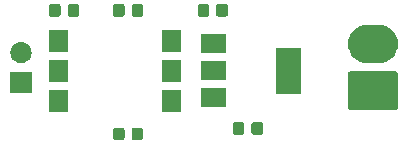
<source format=gts>
G04 #@! TF.GenerationSoftware,KiCad,Pcbnew,5.0.2-bee76a0~70~ubuntu18.04.1*
G04 #@! TF.CreationDate,2020-07-16T16:32:00+05:30*
G04 #@! TF.ProjectId,plug_with_power_1A_v1.1,706c7567-5f77-4697-9468-5f706f776572,rev?*
G04 #@! TF.SameCoordinates,Original*
G04 #@! TF.FileFunction,Soldermask,Top*
G04 #@! TF.FilePolarity,Negative*
%FSLAX46Y46*%
G04 Gerber Fmt 4.6, Leading zero omitted, Abs format (unit mm)*
G04 Created by KiCad (PCBNEW 5.0.2-bee76a0~70~ubuntu18.04.1) date Thu Jul 16 16:32:00 2020*
%MOMM*%
%LPD*%
G01*
G04 APERTURE LIST*
%ADD10C,0.100000*%
G04 APERTURE END LIST*
D10*
G36*
X104667091Y-81903085D02*
X104701069Y-81913393D01*
X104732387Y-81930133D01*
X104759839Y-81952661D01*
X104782367Y-81980113D01*
X104799107Y-82011431D01*
X104809415Y-82045409D01*
X104813500Y-82086890D01*
X104813500Y-82763110D01*
X104809415Y-82804591D01*
X104799107Y-82838569D01*
X104782367Y-82869887D01*
X104759839Y-82897339D01*
X104732387Y-82919867D01*
X104701069Y-82936607D01*
X104667091Y-82946915D01*
X104625610Y-82951000D01*
X104024390Y-82951000D01*
X103982909Y-82946915D01*
X103948931Y-82936607D01*
X103917613Y-82919867D01*
X103890161Y-82897339D01*
X103867633Y-82869887D01*
X103850893Y-82838569D01*
X103840585Y-82804591D01*
X103836500Y-82763110D01*
X103836500Y-82086890D01*
X103840585Y-82045409D01*
X103850893Y-82011431D01*
X103867633Y-81980113D01*
X103890161Y-81952661D01*
X103917613Y-81930133D01*
X103948931Y-81913393D01*
X103982909Y-81903085D01*
X104024390Y-81899000D01*
X104625610Y-81899000D01*
X104667091Y-81903085D01*
X104667091Y-81903085D01*
G37*
G36*
X103092091Y-81903085D02*
X103126069Y-81913393D01*
X103157387Y-81930133D01*
X103184839Y-81952661D01*
X103207367Y-81980113D01*
X103224107Y-82011431D01*
X103234415Y-82045409D01*
X103238500Y-82086890D01*
X103238500Y-82763110D01*
X103234415Y-82804591D01*
X103224107Y-82838569D01*
X103207367Y-82869887D01*
X103184839Y-82897339D01*
X103157387Y-82919867D01*
X103126069Y-82936607D01*
X103092091Y-82946915D01*
X103050610Y-82951000D01*
X102449390Y-82951000D01*
X102407909Y-82946915D01*
X102373931Y-82936607D01*
X102342613Y-82919867D01*
X102315161Y-82897339D01*
X102292633Y-82869887D01*
X102275893Y-82838569D01*
X102265585Y-82804591D01*
X102261500Y-82763110D01*
X102261500Y-82086890D01*
X102265585Y-82045409D01*
X102275893Y-82011431D01*
X102292633Y-81980113D01*
X102315161Y-81952661D01*
X102342613Y-81930133D01*
X102373931Y-81913393D01*
X102407909Y-81903085D01*
X102449390Y-81899000D01*
X103050610Y-81899000D01*
X103092091Y-81903085D01*
X103092091Y-81903085D01*
G37*
G36*
X113242091Y-81453085D02*
X113276069Y-81463393D01*
X113307387Y-81480133D01*
X113334839Y-81502661D01*
X113357367Y-81530113D01*
X113374107Y-81561431D01*
X113384415Y-81595409D01*
X113388500Y-81636890D01*
X113388500Y-82313110D01*
X113384415Y-82354591D01*
X113374107Y-82388569D01*
X113357367Y-82419887D01*
X113334839Y-82447339D01*
X113307387Y-82469867D01*
X113276069Y-82486607D01*
X113242091Y-82496915D01*
X113200610Y-82501000D01*
X112599390Y-82501000D01*
X112557909Y-82496915D01*
X112523931Y-82486607D01*
X112492613Y-82469867D01*
X112465161Y-82447339D01*
X112442633Y-82419887D01*
X112425893Y-82388569D01*
X112415585Y-82354591D01*
X112411500Y-82313110D01*
X112411500Y-81636890D01*
X112415585Y-81595409D01*
X112425893Y-81561431D01*
X112442633Y-81530113D01*
X112465161Y-81502661D01*
X112492613Y-81480133D01*
X112523931Y-81463393D01*
X112557909Y-81453085D01*
X112599390Y-81449000D01*
X113200610Y-81449000D01*
X113242091Y-81453085D01*
X113242091Y-81453085D01*
G37*
G36*
X114817091Y-81453085D02*
X114851069Y-81463393D01*
X114882387Y-81480133D01*
X114909839Y-81502661D01*
X114932367Y-81530113D01*
X114949107Y-81561431D01*
X114959415Y-81595409D01*
X114963500Y-81636890D01*
X114963500Y-82313110D01*
X114959415Y-82354591D01*
X114949107Y-82388569D01*
X114932367Y-82419887D01*
X114909839Y-82447339D01*
X114882387Y-82469867D01*
X114851069Y-82486607D01*
X114817091Y-82496915D01*
X114775610Y-82501000D01*
X114174390Y-82501000D01*
X114132909Y-82496915D01*
X114098931Y-82486607D01*
X114067613Y-82469867D01*
X114040161Y-82447339D01*
X114017633Y-82419887D01*
X114000893Y-82388569D01*
X113990585Y-82354591D01*
X113986500Y-82313110D01*
X113986500Y-81636890D01*
X113990585Y-81595409D01*
X114000893Y-81561431D01*
X114017633Y-81530113D01*
X114040161Y-81502661D01*
X114067613Y-81480133D01*
X114098931Y-81463393D01*
X114132909Y-81453085D01*
X114174390Y-81449000D01*
X114775610Y-81449000D01*
X114817091Y-81453085D01*
X114817091Y-81453085D01*
G37*
G36*
X98481000Y-80606000D02*
X96879000Y-80606000D01*
X96879000Y-78724000D01*
X98481000Y-78724000D01*
X98481000Y-80606000D01*
X98481000Y-80606000D01*
G37*
G36*
X108011000Y-80606000D02*
X106409000Y-80606000D01*
X106409000Y-78724000D01*
X108011000Y-78724000D01*
X108011000Y-80606000D01*
X108011000Y-80606000D01*
G37*
G36*
X126252851Y-77147530D02*
X126281414Y-77156194D01*
X126307735Y-77170263D01*
X126330804Y-77189196D01*
X126349737Y-77212265D01*
X126363806Y-77238586D01*
X126372470Y-77267149D01*
X126376000Y-77302989D01*
X126376000Y-80247011D01*
X126372470Y-80282851D01*
X126363806Y-80311414D01*
X126349737Y-80337735D01*
X126330804Y-80360804D01*
X126307735Y-80379737D01*
X126281414Y-80393806D01*
X126252851Y-80402470D01*
X126217011Y-80406000D01*
X122332989Y-80406000D01*
X122297149Y-80402470D01*
X122268586Y-80393806D01*
X122242265Y-80379737D01*
X122219196Y-80360804D01*
X122200263Y-80337735D01*
X122186194Y-80311414D01*
X122177530Y-80282851D01*
X122174000Y-80247011D01*
X122174000Y-77302989D01*
X122177530Y-77267149D01*
X122186194Y-77238586D01*
X122200263Y-77212265D01*
X122219196Y-77189196D01*
X122242265Y-77170263D01*
X122268586Y-77156194D01*
X122297149Y-77147530D01*
X122332989Y-77144000D01*
X126217011Y-77144000D01*
X126252851Y-77147530D01*
X126252851Y-77147530D01*
G37*
G36*
X111851000Y-80176000D02*
X109749000Y-80176000D01*
X109749000Y-78574000D01*
X111851000Y-78574000D01*
X111851000Y-80176000D01*
X111851000Y-80176000D01*
G37*
G36*
X118151000Y-79026000D02*
X116049000Y-79026000D01*
X116049000Y-75124000D01*
X118151000Y-75124000D01*
X118151000Y-79026000D01*
X118151000Y-79026000D01*
G37*
G36*
X95376000Y-78991000D02*
X93574000Y-78991000D01*
X93574000Y-77189000D01*
X95376000Y-77189000D01*
X95376000Y-78991000D01*
X95376000Y-78991000D01*
G37*
G36*
X98481000Y-78066000D02*
X96879000Y-78066000D01*
X96879000Y-76184000D01*
X98481000Y-76184000D01*
X98481000Y-78066000D01*
X98481000Y-78066000D01*
G37*
G36*
X108011000Y-78066000D02*
X106409000Y-78066000D01*
X106409000Y-76184000D01*
X108011000Y-76184000D01*
X108011000Y-78066000D01*
X108011000Y-78066000D01*
G37*
G36*
X111851000Y-77876000D02*
X109749000Y-77876000D01*
X109749000Y-76274000D01*
X111851000Y-76274000D01*
X111851000Y-77876000D01*
X111851000Y-77876000D01*
G37*
G36*
X94585443Y-74655519D02*
X94651627Y-74662037D01*
X94764853Y-74696384D01*
X94821467Y-74713557D01*
X94960087Y-74787652D01*
X94977991Y-74797222D01*
X94999653Y-74815000D01*
X95115186Y-74909814D01*
X95198448Y-75011271D01*
X95227778Y-75047009D01*
X95227779Y-75047011D01*
X95311443Y-75203533D01*
X95311443Y-75203534D01*
X95362963Y-75373373D01*
X95380359Y-75550000D01*
X95362963Y-75726627D01*
X95328616Y-75839853D01*
X95311443Y-75896467D01*
X95270069Y-75973871D01*
X95227778Y-76052991D01*
X95198448Y-76088729D01*
X95115186Y-76190186D01*
X95013729Y-76273448D01*
X94977991Y-76302778D01*
X94977989Y-76302779D01*
X94821467Y-76386443D01*
X94764853Y-76403616D01*
X94651627Y-76437963D01*
X94585442Y-76444482D01*
X94519260Y-76451000D01*
X94430740Y-76451000D01*
X94364558Y-76444482D01*
X94298373Y-76437963D01*
X94185147Y-76403616D01*
X94128533Y-76386443D01*
X93972011Y-76302779D01*
X93972009Y-76302778D01*
X93936271Y-76273448D01*
X93834814Y-76190186D01*
X93751552Y-76088729D01*
X93722222Y-76052991D01*
X93679931Y-75973871D01*
X93638557Y-75896467D01*
X93621384Y-75839853D01*
X93587037Y-75726627D01*
X93569641Y-75550000D01*
X93587037Y-75373373D01*
X93638557Y-75203534D01*
X93638557Y-75203533D01*
X93722221Y-75047011D01*
X93722222Y-75047009D01*
X93751552Y-75011271D01*
X93834814Y-74909814D01*
X93950347Y-74815000D01*
X93972009Y-74797222D01*
X93989913Y-74787652D01*
X94128533Y-74713557D01*
X94185147Y-74696384D01*
X94298373Y-74662037D01*
X94364557Y-74655519D01*
X94430740Y-74649000D01*
X94519260Y-74649000D01*
X94585443Y-74655519D01*
X94585443Y-74655519D01*
G37*
G36*
X125064728Y-73207599D02*
X125064731Y-73207600D01*
X125064732Y-73207600D01*
X125372176Y-73300862D01*
X125655519Y-73452312D01*
X125903871Y-73656129D01*
X126107688Y-73904481D01*
X126239580Y-74151234D01*
X126259137Y-74187822D01*
X126352401Y-74495272D01*
X126383891Y-74815000D01*
X126352401Y-75134728D01*
X126352400Y-75134731D01*
X126352400Y-75134732D01*
X126259138Y-75442176D01*
X126107688Y-75725519D01*
X125903871Y-75973871D01*
X125655519Y-76177688D01*
X125372176Y-76329138D01*
X125064732Y-76422400D01*
X125064731Y-76422400D01*
X125064728Y-76422401D01*
X124825122Y-76446000D01*
X123724878Y-76446000D01*
X123485272Y-76422401D01*
X123485269Y-76422400D01*
X123485268Y-76422400D01*
X123177824Y-76329138D01*
X122894481Y-76177688D01*
X122646129Y-75973871D01*
X122442312Y-75725519D01*
X122290862Y-75442176D01*
X122197600Y-75134732D01*
X122197600Y-75134731D01*
X122197599Y-75134728D01*
X122166109Y-74815000D01*
X122197599Y-74495272D01*
X122290863Y-74187822D01*
X122310420Y-74151234D01*
X122442312Y-73904481D01*
X122646129Y-73656129D01*
X122894481Y-73452312D01*
X123177824Y-73300862D01*
X123485268Y-73207600D01*
X123485269Y-73207600D01*
X123485272Y-73207599D01*
X123724878Y-73184000D01*
X124825122Y-73184000D01*
X125064728Y-73207599D01*
X125064728Y-73207599D01*
G37*
G36*
X111851000Y-75576000D02*
X109749000Y-75576000D01*
X109749000Y-73974000D01*
X111851000Y-73974000D01*
X111851000Y-75576000D01*
X111851000Y-75576000D01*
G37*
G36*
X98481000Y-75526000D02*
X96879000Y-75526000D01*
X96879000Y-73644000D01*
X98481000Y-73644000D01*
X98481000Y-75526000D01*
X98481000Y-75526000D01*
G37*
G36*
X108011000Y-75526000D02*
X106409000Y-75526000D01*
X106409000Y-73644000D01*
X108011000Y-73644000D01*
X108011000Y-75526000D01*
X108011000Y-75526000D01*
G37*
G36*
X99254591Y-71453085D02*
X99288569Y-71463393D01*
X99319887Y-71480133D01*
X99347339Y-71502661D01*
X99369867Y-71530113D01*
X99386607Y-71561431D01*
X99396915Y-71595409D01*
X99401000Y-71636890D01*
X99401000Y-72313110D01*
X99396915Y-72354591D01*
X99386607Y-72388569D01*
X99369867Y-72419887D01*
X99347339Y-72447339D01*
X99319887Y-72469867D01*
X99288569Y-72486607D01*
X99254591Y-72496915D01*
X99213110Y-72501000D01*
X98611890Y-72501000D01*
X98570409Y-72496915D01*
X98536431Y-72486607D01*
X98505113Y-72469867D01*
X98477661Y-72447339D01*
X98455133Y-72419887D01*
X98438393Y-72388569D01*
X98428085Y-72354591D01*
X98424000Y-72313110D01*
X98424000Y-71636890D01*
X98428085Y-71595409D01*
X98438393Y-71561431D01*
X98455133Y-71530113D01*
X98477661Y-71502661D01*
X98505113Y-71480133D01*
X98536431Y-71463393D01*
X98570409Y-71453085D01*
X98611890Y-71449000D01*
X99213110Y-71449000D01*
X99254591Y-71453085D01*
X99254591Y-71453085D01*
G37*
G36*
X103092091Y-71453085D02*
X103126069Y-71463393D01*
X103157387Y-71480133D01*
X103184839Y-71502661D01*
X103207367Y-71530113D01*
X103224107Y-71561431D01*
X103234415Y-71595409D01*
X103238500Y-71636890D01*
X103238500Y-72313110D01*
X103234415Y-72354591D01*
X103224107Y-72388569D01*
X103207367Y-72419887D01*
X103184839Y-72447339D01*
X103157387Y-72469867D01*
X103126069Y-72486607D01*
X103092091Y-72496915D01*
X103050610Y-72501000D01*
X102449390Y-72501000D01*
X102407909Y-72496915D01*
X102373931Y-72486607D01*
X102342613Y-72469867D01*
X102315161Y-72447339D01*
X102292633Y-72419887D01*
X102275893Y-72388569D01*
X102265585Y-72354591D01*
X102261500Y-72313110D01*
X102261500Y-71636890D01*
X102265585Y-71595409D01*
X102275893Y-71561431D01*
X102292633Y-71530113D01*
X102315161Y-71502661D01*
X102342613Y-71480133D01*
X102373931Y-71463393D01*
X102407909Y-71453085D01*
X102449390Y-71449000D01*
X103050610Y-71449000D01*
X103092091Y-71453085D01*
X103092091Y-71453085D01*
G37*
G36*
X104667091Y-71453085D02*
X104701069Y-71463393D01*
X104732387Y-71480133D01*
X104759839Y-71502661D01*
X104782367Y-71530113D01*
X104799107Y-71561431D01*
X104809415Y-71595409D01*
X104813500Y-71636890D01*
X104813500Y-72313110D01*
X104809415Y-72354591D01*
X104799107Y-72388569D01*
X104782367Y-72419887D01*
X104759839Y-72447339D01*
X104732387Y-72469867D01*
X104701069Y-72486607D01*
X104667091Y-72496915D01*
X104625610Y-72501000D01*
X104024390Y-72501000D01*
X103982909Y-72496915D01*
X103948931Y-72486607D01*
X103917613Y-72469867D01*
X103890161Y-72447339D01*
X103867633Y-72419887D01*
X103850893Y-72388569D01*
X103840585Y-72354591D01*
X103836500Y-72313110D01*
X103836500Y-71636890D01*
X103840585Y-71595409D01*
X103850893Y-71561431D01*
X103867633Y-71530113D01*
X103890161Y-71502661D01*
X103917613Y-71480133D01*
X103948931Y-71463393D01*
X103982909Y-71453085D01*
X104024390Y-71449000D01*
X104625610Y-71449000D01*
X104667091Y-71453085D01*
X104667091Y-71453085D01*
G37*
G36*
X97679591Y-71453085D02*
X97713569Y-71463393D01*
X97744887Y-71480133D01*
X97772339Y-71502661D01*
X97794867Y-71530113D01*
X97811607Y-71561431D01*
X97821915Y-71595409D01*
X97826000Y-71636890D01*
X97826000Y-72313110D01*
X97821915Y-72354591D01*
X97811607Y-72388569D01*
X97794867Y-72419887D01*
X97772339Y-72447339D01*
X97744887Y-72469867D01*
X97713569Y-72486607D01*
X97679591Y-72496915D01*
X97638110Y-72501000D01*
X97036890Y-72501000D01*
X96995409Y-72496915D01*
X96961431Y-72486607D01*
X96930113Y-72469867D01*
X96902661Y-72447339D01*
X96880133Y-72419887D01*
X96863393Y-72388569D01*
X96853085Y-72354591D01*
X96849000Y-72313110D01*
X96849000Y-71636890D01*
X96853085Y-71595409D01*
X96863393Y-71561431D01*
X96880133Y-71530113D01*
X96902661Y-71502661D01*
X96930113Y-71480133D01*
X96961431Y-71463393D01*
X96995409Y-71453085D01*
X97036890Y-71449000D01*
X97638110Y-71449000D01*
X97679591Y-71453085D01*
X97679591Y-71453085D01*
G37*
G36*
X110259591Y-71453085D02*
X110293569Y-71463393D01*
X110324887Y-71480133D01*
X110352339Y-71502661D01*
X110374867Y-71530113D01*
X110391607Y-71561431D01*
X110401915Y-71595409D01*
X110406000Y-71636890D01*
X110406000Y-72313110D01*
X110401915Y-72354591D01*
X110391607Y-72388569D01*
X110374867Y-72419887D01*
X110352339Y-72447339D01*
X110324887Y-72469867D01*
X110293569Y-72486607D01*
X110259591Y-72496915D01*
X110218110Y-72501000D01*
X109616890Y-72501000D01*
X109575409Y-72496915D01*
X109541431Y-72486607D01*
X109510113Y-72469867D01*
X109482661Y-72447339D01*
X109460133Y-72419887D01*
X109443393Y-72388569D01*
X109433085Y-72354591D01*
X109429000Y-72313110D01*
X109429000Y-71636890D01*
X109433085Y-71595409D01*
X109443393Y-71561431D01*
X109460133Y-71530113D01*
X109482661Y-71502661D01*
X109510113Y-71480133D01*
X109541431Y-71463393D01*
X109575409Y-71453085D01*
X109616890Y-71449000D01*
X110218110Y-71449000D01*
X110259591Y-71453085D01*
X110259591Y-71453085D01*
G37*
G36*
X111834591Y-71453085D02*
X111868569Y-71463393D01*
X111899887Y-71480133D01*
X111927339Y-71502661D01*
X111949867Y-71530113D01*
X111966607Y-71561431D01*
X111976915Y-71595409D01*
X111981000Y-71636890D01*
X111981000Y-72313110D01*
X111976915Y-72354591D01*
X111966607Y-72388569D01*
X111949867Y-72419887D01*
X111927339Y-72447339D01*
X111899887Y-72469867D01*
X111868569Y-72486607D01*
X111834591Y-72496915D01*
X111793110Y-72501000D01*
X111191890Y-72501000D01*
X111150409Y-72496915D01*
X111116431Y-72486607D01*
X111085113Y-72469867D01*
X111057661Y-72447339D01*
X111035133Y-72419887D01*
X111018393Y-72388569D01*
X111008085Y-72354591D01*
X111004000Y-72313110D01*
X111004000Y-71636890D01*
X111008085Y-71595409D01*
X111018393Y-71561431D01*
X111035133Y-71530113D01*
X111057661Y-71502661D01*
X111085113Y-71480133D01*
X111116431Y-71463393D01*
X111150409Y-71453085D01*
X111191890Y-71449000D01*
X111793110Y-71449000D01*
X111834591Y-71453085D01*
X111834591Y-71453085D01*
G37*
M02*

</source>
